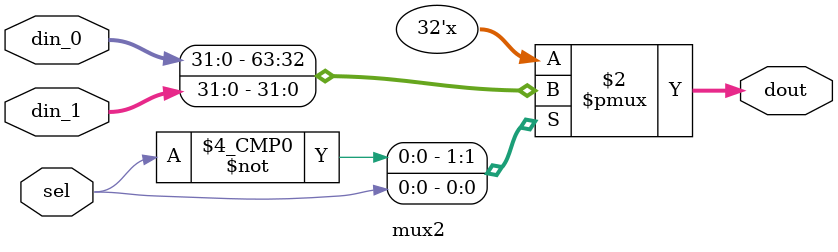
<source format=v>
`timescale 1ns / 1ps


module mux2(
    sel, dout, din_0, din_1
    );   
parameter data_size = 32;

input sel;
input [data_size-1:0]din_0, din_1;
output reg [data_size-1:0]dout;

wire sel;
wire [data_size-1:0]din_0, din_1;

always @ (sel or din_0 or din_1)
begin
    case(sel)
    1'b0: dout = din_0;
    1'b1: dout = din_1;
    default: dout = {data_size{1'b0}};
    endcase
end

endmodule

</source>
